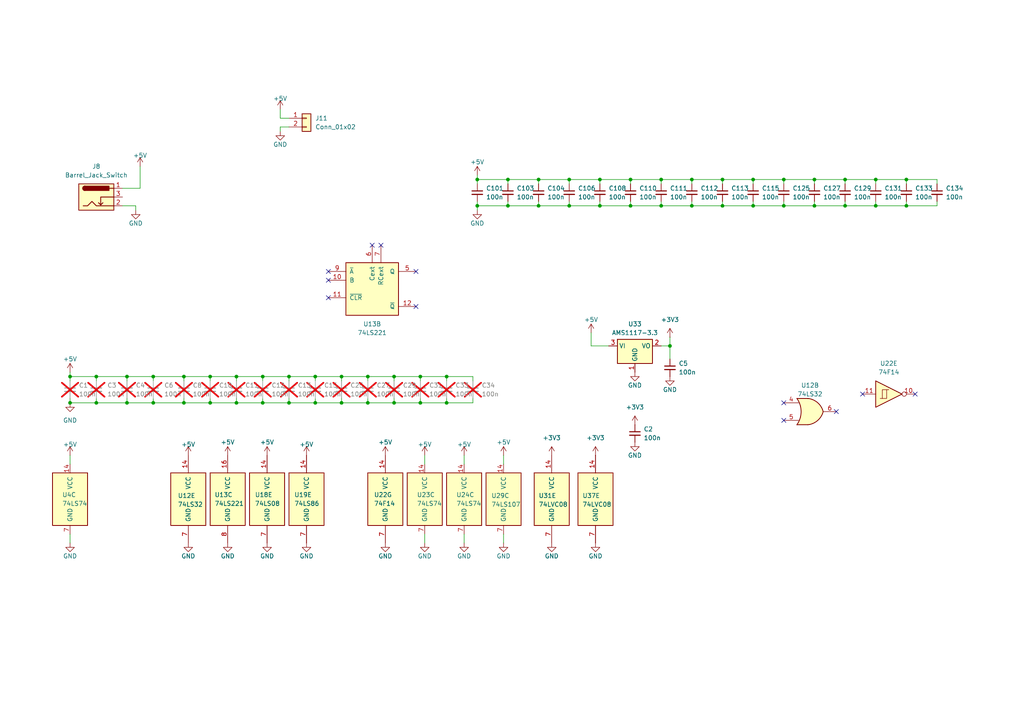
<source format=kicad_sch>
(kicad_sch (version 20231120) (generator "eeschema") (generator_version "8.0")
  (paper "A4")
  (title_block (title "EVA1 (Epson Video Adapter) - Power") (date "2025-01-09") (rev "v0.1") (company "100% Offner") (comment 1 "v0.1: Initial Release"))
  (lib_symbols
    (symbol "74xx:74LS08" (pin_names (offset 1.016))
      (property "Reference" "U" (at 0 1.27 0))
      (property "Value" "74LS08" (at 0 -1.27 0))
      (symbol "74LS08_1_1"
        (pin input line (at -7.62 2.54 0) (length 3.81) (name "~") (number "1"))
        (pin input line (at -7.62 -2.54 0) (length 3.81) (name "~") (number "2"))
        (pin output line (at 7.62 0 180) (length 3.81) (name "~") (number "3"))
      )
      (symbol "74LS08_1_2"
        (pin input inverted (at -7.62 2.54 0) (length 4.318) (name "~") (number "1"))
        (pin input inverted (at -7.62 -2.54 0) (length 4.318) (name "~") (number "2"))
        (pin output inverted (at 7.62 0 180) (length 3.81) (name "~") (number "3"))
      )
      (symbol "74LS08_2_1"
        (pin input line (at -7.62 2.54 0) (length 3.81) (name "~") (number "4"))
        (pin input line (at -7.62 -2.54 0) (length 3.81) (name "~") (number "5"))
        (pin output line (at 7.62 0 180) (length 3.81) (name "~") (number "6"))
      )
      (symbol "74LS08_2_2"
        (pin input inverted (at -7.62 2.54 0) (length 4.318) (name "~") (number "4"))
        (pin input inverted (at -7.62 -2.54 0) (length 4.318) (name "~") (number "5"))
        (pin output inverted (at 7.62 0 180) (length 3.81) (name "~") (number "6"))
      )
      (symbol "74LS08_3_1"
        (pin input line (at -7.62 -2.54 0) (length 3.81) (name "~") (number "10"))
        (pin output line (at 7.62 0 180) (length 3.81) (name "~") (number "8"))
        (pin input line (at -7.62 2.54 0) (length 3.81) (name "~") (number "9"))
      )
      (symbol "74LS08_3_2"
        (pin input inverted (at -7.62 -2.54 0) (length 4.318) (name "~") (number "10"))
        (pin output inverted (at 7.62 0 180) (length 3.81) (name "~") (number "8"))
        (pin input inverted (at -7.62 2.54 0) (length 4.318) (name "~") (number "9"))
      )
      (symbol "74LS08_4_1"
        (pin output line (at 7.62 0 180) (length 3.81) (name "~") (number "11"))
        (pin input line (at -7.62 2.54 0) (length 3.81) (name "~") (number "12"))
        (pin input line (at -7.62 -2.54 0) (length 3.81) (name "~") (number "13"))
      )
      (symbol "74LS08_4_2"
        (pin output inverted (at 7.62 0 180) (length 3.81) (name "~") (number "11"))
        (pin input inverted (at -7.62 2.54 0) (length 4.318) (name "~") (number "12"))
        (pin input inverted (at -7.62 -2.54 0) (length 4.318) (name "~") (number "13"))
      )
      (symbol "74LS08_5_0"
        (pin power_in line (at 0 12.7 270) (length 5.08) (name "VCC") (number "14"))
        (pin power_in line (at 0 -12.7 90) (length 5.08) (name "GND") (number "7"))
      )
    )
    (symbol "74xx:74LS107" (pin_names (offset 1.016))
      (property "Reference" "U" (at -7.62 8.89 0))
      (property "Value" "74LS107" (at -7.62 -8.89 0))
      (symbol "74LS107_1_0"
        (pin input line (at -7.62 2.54 0) (length 2.54) (name "J") (number "1"))
        (pin input clock (at -7.62 0 0) (length 2.54) (name "C") (number "12"))
        (pin input line (at 0 -7.62 90) (length 2.54) (name "~{R}") (number "13"))
        (pin output line (at 7.62 -2.54 180) (length 2.54) (name "~{Q}") (number "2"))
        (pin output line (at 7.62 2.54 180) (length 2.54) (name "Q") (number "3"))
        (pin input line (at -7.62 -2.54 0) (length 2.54) (name "K") (number "4"))
      )
      (symbol "74LS107_2_0"
        (pin input line (at 0 -7.62 90) (length 2.54) (name "~{R}") (number "10"))
        (pin input line (at -7.62 -2.54 0) (length 2.54) (name "K") (number "11"))
        (pin output line (at 7.62 2.54 180) (length 2.54) (name "Q") (number "5"))
        (pin output line (at 7.62 -2.54 180) (length 2.54) (name "~{Q}") (number "6"))
        (pin input line (at -7.62 2.54 0) (length 2.54) (name "J") (number "8"))
        (pin input clock (at -7.62 0 0) (length 2.54) (name "C") (number "9"))
      )
      (symbol "74LS107_3_0"
        (pin power_in line (at 0 10.16 270) (length 2.54) (name "VCC") (number "14"))
        (pin power_in line (at 0 -10.16 90) (length 2.54) (name "GND") (number "7"))
      )
    )
    (symbol "74xx:74LS14" (pin_names (offset 1.016))
      (property "Reference" "U" (at 0 1.27 0))
      (property "Value" "74LS14" (at 0 -1.27 0))
      (symbol "74LS14_1_0"
        (pin input line (at -7.62 0 0) (length 3.81) (name "~") (number "1"))
        (pin output inverted (at 7.62 0 180) (length 3.81) (name "~") (number "2"))
      )
      (symbol "74LS14_2_0"
        (pin input line (at -7.62 0 0) (length 3.81) (name "~") (number "3"))
        (pin output inverted (at 7.62 0 180) (length 3.81) (name "~") (number "4"))
      )
      (symbol "74LS14_3_0"
        (pin input line (at -7.62 0 0) (length 3.81) (name "~") (number "5"))
        (pin output inverted (at 7.62 0 180) (length 3.81) (name "~") (number "6"))
      )
      (symbol "74LS14_4_0"
        (pin output inverted (at 7.62 0 180) (length 3.81) (name "~") (number "8"))
        (pin input line (at -7.62 0 0) (length 3.81) (name "~") (number "9"))
      )
      (symbol "74LS14_5_0"
        (pin output inverted (at 7.62 0 180) (length 3.81) (name "~") (number "10"))
        (pin input line (at -7.62 0 0) (length 3.81) (name "~") (number "11"))
      )
      (symbol "74LS14_6_0"
        (pin output inverted (at 7.62 0 180) (length 3.81) (name "~") (number "12"))
        (pin input line (at -7.62 0 0) (length 3.81) (name "~") (number "13"))
      )
      (symbol "74LS14_7_0"
        (pin power_in line (at 0 12.7 270) (length 5.08) (name "VCC") (number "14"))
        (pin power_in line (at 0 -12.7 90) (length 5.08) (name "GND") (number "7"))
      )
    )
    (symbol "74xx:74LS221" (pin_names (offset 1.016))
      (property "Reference" "U" (at -7.62 8.89 0))
      (property "Value" "74LS221" (at -7.62 -8.89 0))
      (symbol "74LS221_1_0"
        (pin input line (at -12.7 5.08 0) (length 5.08) (name "~{A}") (number "1"))
        (pin output line (at 12.7 5.08 180) (length 5.08) (name "Q") (number "13"))
        (pin input line (at 0 12.7 270) (length 5.08) (name "Cext") (number "14"))
        (pin input line (at 2.54 12.7 270) (length 5.08) (name "RCext") (number "15"))
        (pin input line (at -12.7 2.54 0) (length 5.08) (name "B") (number "2"))
        (pin input line (at -12.7 -2.54 0) (length 5.08) (name "~{CLR}") (number "3"))
        (pin output line (at 12.7 -5.08 180) (length 5.08) (name "~{Q}") (number "4"))
      )
      (symbol "74LS221_2_0"
        (pin input line (at -12.7 2.54 0) (length 5.08) (name "B") (number "10"))
        (pin input line (at -12.7 -2.54 0) (length 5.08) (name "~{CLR}") (number "11"))
        (pin output line (at 12.7 -5.08 180) (length 5.08) (name "~{Q}") (number "12"))
        (pin output line (at 12.7 5.08 180) (length 5.08) (name "Q") (number "5"))
        (pin input line (at 0 12.7 270) (length 5.08) (name "Cext") (number "6"))
        (pin input line (at 2.54 12.7 270) (length 5.08) (name "RCext") (number "7"))
        (pin input line (at -12.7 5.08 0) (length 5.08) (name "~{A}") (number "9"))
      )
      (symbol "74LS221_3_0"
        (pin power_in line (at 0 12.7 270) (length 5.08) (name "VCC") (number "16"))
        (pin power_in line (at 0 -12.7 90) (length 5.08) (name "GND") (number "8"))
      )
    )
    (symbol "74xx:74LS32" (pin_names (offset 1.016))
      (property "Reference" "U" (at 0 1.27 0))
      (property "Value" "74LS32" (at 0 -1.27 0))
      (symbol "74LS32_1_1"
        (pin input line (at -7.62 2.54 0) (length 4.318) (name "~") (number "1"))
        (pin input line (at -7.62 -2.54 0) (length 4.318) (name "~") (number "2"))
        (pin output line (at 7.62 0 180) (length 3.81) (name "~") (number "3"))
      )
      (symbol "74LS32_1_2"
        (pin input inverted (at -7.62 2.54 0) (length 3.81) (name "~") (number "1"))
        (pin input inverted (at -7.62 -2.54 0) (length 3.81) (name "~") (number "2"))
        (pin output inverted (at 7.62 0 180) (length 3.81) (name "~") (number "3"))
      )
      (symbol "74LS32_2_1"
        (pin input line (at -7.62 2.54 0) (length 4.318) (name "~") (number "4"))
        (pin input line (at -7.62 -2.54 0) (length 4.318) (name "~") (number "5"))
        (pin output line (at 7.62 0 180) (length 3.81) (name "~") (number "6"))
      )
      (symbol "74LS32_2_2"
        (pin input inverted (at -7.62 2.54 0) (length 3.81) (name "~") (number "4"))
        (pin input inverted (at -7.62 -2.54 0) (length 3.81) (name "~") (number "5"))
        (pin output inverted (at 7.62 0 180) (length 3.81) (name "~") (number "6"))
      )
      (symbol "74LS32_3_1"
        (pin input line (at -7.62 -2.54 0) (length 4.318) (name "~") (number "10"))
        (pin output line (at 7.62 0 180) (length 3.81) (name "~") (number "8"))
        (pin input line (at -7.62 2.54 0) (length 4.318) (name "~") (number "9"))
      )
      (symbol "74LS32_3_2"
        (pin input inverted (at -7.62 -2.54 0) (length 3.81) (name "~") (number "10"))
        (pin output inverted (at 7.62 0 180) (length 3.81) (name "~") (number "8"))
        (pin input inverted (at -7.62 2.54 0) (length 3.81) (name "~") (number "9"))
      )
      (symbol "74LS32_4_1"
        (pin output line (at 7.62 0 180) (length 3.81) (name "~") (number "11"))
        (pin input line (at -7.62 2.54 0) (length 4.318) (name "~") (number "12"))
        (pin input line (at -7.62 -2.54 0) (length 4.318) (name "~") (number "13"))
      )
      (symbol "74LS32_4_2"
        (pin output inverted (at 7.62 0 180) (length 3.81) (name "~") (number "11"))
        (pin input inverted (at -7.62 2.54 0) (length 3.81) (name "~") (number "12"))
        (pin input inverted (at -7.62 -2.54 0) (length 3.81) (name "~") (number "13"))
      )
      (symbol "74LS32_5_0"
        (pin power_in line (at 0 12.7 270) (length 5.08) (name "VCC") (number "14"))
        (pin power_in line (at 0 -12.7 90) (length 5.08) (name "GND") (number "7"))
      )
    )
    (symbol "74xx:74LS74" (pin_names (offset 1.016))
      (property "Reference" "U" (at -7.62 8.89 0))
      (property "Value" "74LS74" (at -7.62 -8.89 0))
      (symbol "74LS74_1_0"
        (pin input line (at 0 -7.62 90) (length 2.54) (name "~{R}") (number "1"))
        (pin input line (at -7.62 2.54 0) (length 2.54) (name "D") (number "2"))
        (pin input clock (at -7.62 0 0) (length 2.54) (name "C") (number "3"))
        (pin input line (at 0 7.62 270) (length 2.54) (name "~{S}") (number "4"))
        (pin output line (at 7.62 2.54 180) (length 2.54) (name "Q") (number "5"))
        (pin output line (at 7.62 -2.54 180) (length 2.54) (name "~{Q}") (number "6"))
      )
      (symbol "74LS74_2_0"
        (pin input line (at 0 7.62 270) (length 2.54) (name "~{S}") (number "10"))
        (pin input clock (at -7.62 0 0) (length 2.54) (name "C") (number "11"))
        (pin input line (at -7.62 2.54 0) (length 2.54) (name "D") (number "12"))
        (pin input line (at 0 -7.62 90) (length 2.54) (name "~{R}") (number "13"))
        (pin output line (at 7.62 -2.54 180) (length 2.54) (name "~{Q}") (number "8"))
        (pin output line (at 7.62 2.54 180) (length 2.54) (name "Q") (number "9"))
      )
      (symbol "74LS74_3_0"
        (pin power_in line (at 0 10.16 270) (length 2.54) (name "VCC") (number "14"))
        (pin power_in line (at 0 -10.16 90) (length 2.54) (name "GND") (number "7"))
      )
    )
    (symbol "74xx:74LS86" (pin_names (offset 1.016))
      (property "Reference" "U" (at 0 1.27 0))
      (property "Value" "74LS86" (at 0 -1.27 0))
      (symbol "74LS86_1_0"
        (pin input line (at -7.62 2.54 0) (length 4.445) (name "~") (number "1"))
        (pin input line (at -7.62 -2.54 0) (length 4.445) (name "~") (number "2"))
        (pin output line (at 7.62 0 180) (length 3.81) (name "~") (number "3"))
      )
      (symbol "74LS86_2_0"
        (pin input line (at -7.62 2.54 0) (length 4.445) (name "~") (number "4"))
        (pin input line (at -7.62 -2.54 0) (length 4.445) (name "~") (number "5"))
        (pin output line (at 7.62 0 180) (length 3.81) (name "~") (number "6"))
      )
      (symbol "74LS86_3_0"
        (pin input line (at -7.62 -2.54 0) (length 4.445) (name "~") (number "10"))
        (pin output line (at 7.62 0 180) (length 3.81) (name "~") (number "8"))
        (pin input line (at -7.62 2.54 0) (length 4.445) (name "~") (number "9"))
      )
      (symbol "74LS86_4_0"
        (pin output line (at 7.62 0 180) (length 3.81) (name "~") (number "11"))
        (pin input line (at -7.62 2.54 0) (length 4.445) (name "~") (number "12"))
        (pin input line (at -7.62 -2.54 0) (length 4.445) (name "~") (number "13"))
      )
      (symbol "74LS86_5_0"
        (pin power_in line (at 0 12.7 270) (length 5.08) (name "VCC") (number "14"))
        (pin power_in line (at 0 -12.7 90) (length 5.08) (name "GND") (number "7"))
      )
    )
    (symbol "Connector:Barrel_Jack_Switch" (pin_names hide)
      (property "Reference" "J" (at 0 5.334 0))
      (property "Value" "Barrel_Jack_Switch" (at 0 -5.08 0))
      (symbol "Barrel_Jack_Switch_1_1"
        (pin passive line (at 7.62 2.54 180) (length 2.54) (name "~") (number "1"))
        (pin passive line (at 7.62 -2.54 180) (length 2.54) (name "~") (number "2"))
        (pin passive line (at 7.62 0 180) (length 2.54) (name "~") (number "3"))
      )
    )
    (symbol "Connector_Generic:Conn_01x02" (pin_names (offset 1.016) hide)
      (property "Reference" "J" (at 0 2.54 0))
      (property "Value" "Conn_01x02" (at 0 -5.08 0))
      (symbol "Conn_01x02_1_1"
        (pin passive line (at -5.08 0 0) (length 3.81) (name "Pin_1") (number "1"))
        (pin passive line (at -5.08 -2.54 0) (length 3.81) (name "Pin_2") (number "2"))
      )
    )
    (symbol "Device:C_Small" (pin_numbers hide) (pin_names (offset 0.254) hide)
      (property "Reference" "C" (at 0.254 1.778 0))
      (property "Value" "C_Small" (at 0.254 -2.032 0))
      (symbol "C_Small_1_1"
        (pin passive line (at 0 2.54 270) (length 2.032) (name "~") (number "1"))
        (pin passive line (at 0 -2.54 90) (length 2.032) (name "~") (number "2"))
      )
    )
    (symbol "Regulator_Linear:AMS1117-3.3"
      (property "Reference" "U" (at -3.81 3.175 0))
      (property "Value" "AMS1117-3.3" (at 0 3.175 0))
      (symbol "AMS1117-3.3_1_1"
        (pin power_in line (at 0 -7.62 90) (length 2.54) (name "GND") (number "1"))
        (pin power_out line (at 7.62 0 180) (length 2.54) (name "VO") (number "2"))
        (pin power_in line (at -7.62 0 0) (length 2.54) (name "VI") (number "3"))
      )
    )
    (symbol "power:+3V3" (power) (pin_numbers hide) (pin_names (offset 0) hide)
      (property "Value" "+3V3" (at 0 3.556 0))
      (symbol "+3V3_1_1"
        (pin power_in line (at 0 0 90) (length 0) (name "~") (number "1"))
      )
    )
    (symbol "power:+5V" (power) (pin_names (offset 0))
      (property "Value" "+5V" (at 0 3.556 0))
      (symbol "+5V_1_1"
        (pin power_in line (at 0 0 90) (length 0) hide (name "+5V") (number "1"))
      )
    )
    (symbol "power:GND" (power) (pin_names (offset 0))
      (property "Value" "GND" (at 0 -3.81 0))
      (symbol "GND_1_1"
        (pin power_in line (at 0 0 270) (length 0) hide (name "GND") (number "1"))
      )
    )
  )
  (junction (at 209.55 59.69))
  (junction (at 27.94 109.22))
  (junction (at 182.88 59.69))
  (junction (at 60.96 116.84))
  (junction (at 68.58 109.22))
  (junction (at 147.32 59.69))
  (junction (at 156.21 59.69))
  (junction (at 27.94 116.84))
  (junction (at 254 59.69))
  (junction (at 165.1 52.07))
  (junction (at 200.66 52.07))
  (junction (at 121.92 116.84))
  (junction (at 99.06 109.22))
  (junction (at 138.43 52.07))
  (junction (at 91.44 116.84))
  (junction (at 245.11 52.07))
  (junction (at 60.96 109.22))
  (junction (at 44.45 116.84))
  (junction (at 236.22 59.69))
  (junction (at 254 52.07))
  (junction (at 106.68 109.22))
  (junction (at 191.77 52.07))
  (junction (at 44.45 109.22))
  (junction (at 129.54 116.84))
  (junction (at 262.89 59.69))
  (junction (at 53.34 109.22))
  (junction (at 68.58 116.84))
  (junction (at 91.44 109.22))
  (junction (at 182.88 52.07))
  (junction (at 76.2 116.84))
  (junction (at 236.22 52.07))
  (junction (at 245.11 59.69))
  (junction (at 218.44 52.07))
  (junction (at 147.32 52.07))
  (junction (at 138.43 59.69))
  (junction (at 200.66 59.69))
  (junction (at 121.92 109.22))
  (junction (at 173.99 59.69))
  (junction (at 99.06 116.84))
  (junction (at 209.55 52.07))
  (junction (at 218.44 59.69))
  (junction (at 227.33 59.69))
  (junction (at 114.3 116.84))
  (junction (at 227.33 52.07))
  (junction (at 156.21 52.07))
  (junction (at 36.83 109.22))
  (junction (at 83.82 116.84))
  (junction (at 194.31 100.33))
  (junction (at 76.2 109.22))
  (junction (at 20.32 116.84))
  (junction (at 36.83 116.84))
  (junction (at 106.68 116.84))
  (junction (at 173.99 52.07))
  (junction (at 129.54 109.22))
  (junction (at 20.32 109.22))
  (junction (at 191.77 59.69))
  (junction (at 83.82 109.22))
  (junction (at 114.3 109.22))
  (junction (at 165.1 59.69))
  (junction (at 262.89 52.07))
  (junction (at 53.34 116.84))
  (no_connect (at 242.57 119.38))
  (no_connect (at 95.25 81.28))
  (no_connect (at 227.33 121.92))
  (no_connect (at 250.19 114.3))
  (no_connect (at 110.49 71.12))
  (no_connect (at 120.65 88.9))
  (no_connect (at 95.25 86.36))
  (no_connect (at 120.65 78.74))
  (no_connect (at 95.25 78.74))
  (no_connect (at 265.43 114.3))
  (no_connect (at 227.33 116.84))
  (no_connect (at 107.95 71.12))
  (wire (pts (xy 91.44 115.57) (xy 91.44 116.84)))
  (wire (pts (xy 106.68 115.57) (xy 106.68 116.84)))
  (wire (pts (xy 83.82 109.22) (xy 83.82 110.49)))
  (wire (pts (xy 20.32 116.84) (xy 20.32 115.57)))
  (wire (pts (xy 81.28 36.83) (xy 83.82 36.83)))
  (wire (pts (xy 123.19 132.08) (xy 123.19 134.62)))
  (wire (pts (xy 121.92 109.22) (xy 121.92 110.49)))
  (wire (pts (xy 191.77 53.34) (xy 191.77 52.07)))
  (wire (pts (xy 20.32 116.84) (xy 27.94 116.84)))
  (wire (pts (xy 262.89 59.69) (xy 254 59.69)))
  (wire (pts (xy 68.58 115.57) (xy 68.58 116.84)))
  (wire (pts (xy 138.43 50.8) (xy 138.43 52.07)))
  (wire (pts (xy 200.66 53.34) (xy 200.66 52.07)))
  (wire (pts (xy 121.92 115.57) (xy 121.92 116.84)))
  (wire (pts (xy 36.83 109.22) (xy 44.45 109.22)))
  (wire (pts (xy 114.3 109.22) (xy 121.92 109.22)))
  (wire (pts (xy 76.2 116.84) (xy 68.58 116.84)))
  (wire (pts (xy 76.2 109.22) (xy 76.2 110.49)))
  (wire (pts (xy 129.54 109.22) (xy 121.92 109.22)))
  (wire (pts (xy 20.32 109.22) (xy 27.94 109.22)))
  (wire (pts (xy 245.11 59.69) (xy 236.22 59.69)))
  (wire (pts (xy 254 53.34) (xy 254 52.07)))
  (wire (pts (xy 91.44 109.22) (xy 99.06 109.22)))
  (wire (pts (xy 194.31 97.79) (xy 194.31 100.33)))
  (wire (pts (xy 60.96 109.22) (xy 60.96 110.49)))
  (wire (pts (xy 271.78 53.34) (xy 271.78 52.07)))
  (wire (pts (xy 60.96 109.22) (xy 68.58 109.22)))
  (wire (pts (xy 20.32 154.94) (xy 20.32 157.48)))
  (wire (pts (xy 236.22 58.42) (xy 236.22 59.69)))
  (wire (pts (xy 53.34 116.84) (xy 44.45 116.84)))
  (wire (pts (xy 138.43 52.07) (xy 138.43 53.34)))
  (wire (pts (xy 209.55 58.42) (xy 209.55 59.69)))
  (wire (pts (xy 156.21 53.34) (xy 156.21 52.07)))
  (wire (pts (xy 76.2 116.84) (xy 83.82 116.84)))
  (wire (pts (xy 262.89 53.34) (xy 262.89 52.07)))
  (wire (pts (xy 81.28 31.75) (xy 81.28 34.29)))
  (wire (pts (xy 191.77 100.33) (xy 194.31 100.33)))
  (wire (pts (xy 99.06 116.84) (xy 91.44 116.84)))
  (wire (pts (xy 91.44 109.22) (xy 91.44 110.49)))
  (wire (pts (xy 99.06 109.22) (xy 106.68 109.22)))
  (wire (pts (xy 173.99 59.69) (xy 165.1 59.69)))
  (wire (pts (xy 209.55 52.07) (xy 218.44 52.07)))
  (wire (pts (xy 245.11 52.07) (xy 236.22 52.07)))
  (wire (pts (xy 99.06 116.84) (xy 106.68 116.84)))
  (wire (pts (xy 138.43 60.96) (xy 138.43 59.69)))
  (wire (pts (xy 106.68 109.22) (xy 114.3 109.22)))
  (wire (pts (xy 134.62 132.08) (xy 134.62 134.62)))
  (wire (pts (xy 36.83 116.84) (xy 44.45 116.84)))
  (wire (pts (xy 165.1 58.42) (xy 165.1 59.69)))
  (wire (pts (xy 245.11 59.69) (xy 254 59.69)))
  (wire (pts (xy 209.55 59.69) (xy 200.66 59.69)))
  (wire (pts (xy 227.33 58.42) (xy 227.33 59.69)))
  (wire (pts (xy 68.58 109.22) (xy 76.2 109.22)))
  (wire (pts (xy 123.19 154.94) (xy 123.19 157.48)))
  (wire (pts (xy 156.21 58.42) (xy 156.21 59.69)))
  (wire (pts (xy 36.83 109.22) (xy 36.83 110.49)))
  (wire (pts (xy 68.58 109.22) (xy 68.58 110.49)))
  (wire (pts (xy 137.16 115.57) (xy 137.16 116.84)))
  (wire (pts (xy 27.94 109.22) (xy 27.94 110.49)))
  (wire (pts (xy 53.34 115.57) (xy 53.34 116.84)))
  (wire (pts (xy 236.22 59.69) (xy 227.33 59.69)))
  (wire (pts (xy 40.64 48.26) (xy 40.64 54.61)))
  (wire (pts (xy 271.78 58.42) (xy 271.78 59.69)))
  (wire (pts (xy 91.44 116.84) (xy 83.82 116.84)))
  (wire (pts (xy 200.66 52.07) (xy 191.77 52.07)))
  (wire (pts (xy 129.54 115.57) (xy 129.54 116.84)))
  (wire (pts (xy 129.54 109.22) (xy 129.54 110.49)))
  (wire (pts (xy 182.88 59.69) (xy 173.99 59.69)))
  (wire (pts (xy 182.88 52.07) (xy 173.99 52.07)))
  (wire (pts (xy 191.77 59.69) (xy 182.88 59.69)))
  (wire (pts (xy 27.94 115.57) (xy 27.94 116.84)))
  (wire (pts (xy 191.77 52.07) (xy 182.88 52.07)))
  (wire (pts (xy 182.88 58.42) (xy 182.88 59.69)))
  (wire (pts (xy 137.16 116.84) (xy 129.54 116.84)))
  (wire (pts (xy 165.1 53.34) (xy 165.1 52.07)))
  (wire (pts (xy 81.28 38.1) (xy 81.28 36.83)))
  (wire (pts (xy 40.64 54.61) (xy 35.56 54.61)))
  (wire (pts (xy 44.45 109.22) (xy 44.45 110.49)))
  (wire (pts (xy 60.96 115.57) (xy 60.96 116.84)))
  (wire (pts (xy 194.31 100.33) (xy 194.31 104.14)))
  (wire (pts (xy 227.33 53.34) (xy 227.33 52.07)))
  (wire (pts (xy 53.34 109.22) (xy 53.34 110.49)))
  (wire (pts (xy 227.33 52.07) (xy 218.44 52.07)))
  (wire (pts (xy 176.53 100.33) (xy 171.45 100.33)))
  (wire (pts (xy 236.22 52.07) (xy 227.33 52.07)))
  (wire (pts (xy 114.3 115.57) (xy 114.3 116.84)))
  (wire (pts (xy 156.21 59.69) (xy 147.32 59.69)))
  (wire (pts (xy 236.22 53.34) (xy 236.22 52.07)))
  (wire (pts (xy 271.78 59.69) (xy 262.89 59.69)))
  (wire (pts (xy 218.44 53.34) (xy 218.44 52.07)))
  (wire (pts (xy 44.45 109.22) (xy 53.34 109.22)))
  (wire (pts (xy 53.34 116.84) (xy 60.96 116.84)))
  (wire (pts (xy 53.34 109.22) (xy 60.96 109.22)))
  (wire (pts (xy 146.05 132.08) (xy 146.05 134.62)))
  (wire (pts (xy 114.3 116.84) (xy 106.68 116.84)))
  (wire (pts (xy 165.1 59.69) (xy 156.21 59.69)))
  (wire (pts (xy 209.55 52.07) (xy 200.66 52.07)))
  (wire (pts (xy 209.55 59.69) (xy 218.44 59.69)))
  (wire (pts (xy 200.66 58.42) (xy 200.66 59.69)))
  (wire (pts (xy 39.37 60.96) (xy 39.37 59.69)))
  (wire (pts (xy 20.32 109.22) (xy 20.32 110.49)))
  (wire (pts (xy 20.32 107.95) (xy 20.32 109.22)))
  (wire (pts (xy 262.89 58.42) (xy 262.89 59.69)))
  (wire (pts (xy 83.82 109.22) (xy 91.44 109.22)))
  (wire (pts (xy 173.99 58.42) (xy 173.99 59.69)))
  (wire (pts (xy 39.37 59.69) (xy 35.56 59.69)))
  (wire (pts (xy 44.45 115.57) (xy 44.45 116.84)))
  (wire (pts (xy 106.68 109.22) (xy 106.68 110.49)))
  (wire (pts (xy 36.83 115.57) (xy 36.83 116.84)))
  (wire (pts (xy 156.21 52.07) (xy 147.32 52.07)))
  (wire (pts (xy 134.62 154.94) (xy 134.62 157.48)))
  (wire (pts (xy 137.16 109.22) (xy 137.16 110.49)))
  (wire (pts (xy 68.58 116.84) (xy 60.96 116.84)))
  (wire (pts (xy 182.88 53.34) (xy 182.88 52.07)))
  (wire (pts (xy 121.92 116.84) (xy 129.54 116.84)))
  (wire (pts (xy 146.05 154.94) (xy 146.05 157.48)))
  (wire (pts (xy 245.11 53.34) (xy 245.11 52.07)))
  (wire (pts (xy 200.66 59.69) (xy 191.77 59.69)))
  (wire (pts (xy 20.32 132.08) (xy 20.32 134.62)))
  (wire (pts (xy 147.32 58.42) (xy 147.32 59.69)))
  (wire (pts (xy 129.54 109.22) (xy 137.16 109.22)))
  (wire (pts (xy 76.2 109.22) (xy 83.82 109.22)))
  (wire (pts (xy 114.3 116.84) (xy 121.92 116.84)))
  (wire (pts (xy 27.94 109.22) (xy 36.83 109.22)))
  (wire (pts (xy 191.77 58.42) (xy 191.77 59.69)))
  (wire (pts (xy 99.06 109.22) (xy 99.06 110.49)))
  (wire (pts (xy 114.3 109.22) (xy 114.3 110.49)))
  (wire (pts (xy 245.11 58.42) (xy 245.11 59.69)))
  (wire (pts (xy 83.82 34.29) (xy 81.28 34.29)))
  (wire (pts (xy 27.94 116.84) (xy 36.83 116.84)))
  (wire (pts (xy 227.33 59.69) (xy 218.44 59.69)))
  (wire (pts (xy 99.06 115.57) (xy 99.06 116.84)))
  (wire (pts (xy 138.43 59.69) (xy 138.43 58.42)))
  (wire (pts (xy 171.45 96.52) (xy 171.45 100.33)))
  (wire (pts (xy 147.32 52.07) (xy 138.43 52.07)))
  (wire (pts (xy 165.1 52.07) (xy 156.21 52.07)))
  (wire (pts (xy 147.32 53.34) (xy 147.32 52.07)))
  (wire (pts (xy 83.82 115.57) (xy 83.82 116.84)))
  (wire (pts (xy 76.2 115.57) (xy 76.2 116.84)))
  (wire (pts (xy 254 58.42) (xy 254 59.69)))
  (wire (pts (xy 245.11 52.07) (xy 254 52.07)))
  (wire (pts (xy 147.32 59.69) (xy 138.43 59.69)))
  (wire (pts (xy 262.89 52.07) (xy 254 52.07)))
  (wire (pts (xy 218.44 58.42) (xy 218.44 59.69)))
  (wire (pts (xy 173.99 52.07) (xy 165.1 52.07)))
  (wire (pts (xy 271.78 52.07) (xy 262.89 52.07)))
  (wire (pts (xy 173.99 53.34) (xy 173.99 52.07)))
  (wire (pts (xy 209.55 53.34) (xy 209.55 52.07)))
  (symbol (lib_id "Device:C_Small") (at 76.2 113.03 0) (unit 1) (dnp yes)
    (property "Reference" "C12" (at 78.74 111.7662 0) (effects (justify left)))
    (property "Value" "100n" (at 78.74 114.3062 0) (effects (justify left)))
    (property "Footprint" "Capacitor_THT:C_Disc_D4.7mm_W2.5mm_P5.00mm" (effects (hide yes)))
  )
  (symbol (lib_id "power:GND") (at 20.32 116.84 0) (unit 1)
    (property "Reference" "#PWR0119" (effects (hide yes)))
    (property "Value" "GND" (at 20.32 121.92 0))
  )
  (symbol (lib_id "74xx:74LS32") (at 234.95 119.38 0) (unit 2)
    (property "Reference" "U12" (at 234.95 111.76 0))
    (property "Value" "74LS32" (at 234.95 114.3 0))
    (property "Footprint" "Package_DIP:DIP-14_W7.62mm" (effects (hide yes)))
    (property "Datasheet" "http://www.ti.com/lit/gpn/sn74LS32" (effects (hide yes)))
    (property "Description" "Quad 2-input OR" (effects (hide yes)))
  )
  (symbol (lib_id "power:+5V") (at 88.9 132.08 0) (unit 1)
    (property "Reference" "#PWR0124" (effects (hide yes)))
    (property "Value" "+5V" (at 88.9 128.905 0))
  )
  (symbol (lib_id "Device:C_Small") (at 137.16 113.03 0) (unit 1) (dnp yes)
    (property "Reference" "C34" (at 139.7 111.7662 0) (effects (justify left)))
    (property "Value" "100n" (at 139.7 114.3062 0) (effects (justify left)))
    (property "Footprint" "Capacitor_THT:C_Disc_D4.7mm_W2.5mm_P5.00mm" (effects (hide yes)))
  )
  (symbol (lib_id "Device:C_Small") (at 156.21 55.88 0) (unit 1)
    (property "Reference" "C104" (at 158.75 54.6162 0) (effects (justify left)))
    (property "Value" "100n" (at 158.75 57.1562 0) (effects (justify left)))
    (property "Footprint" "Capacitor_SMD:C_1206_3216Metric_Pad1.33x1.80mm_HandSolder" (effects (hide yes)))
    (property "Description" "Unpolarized capacitor, small symbol" (effects (hide yes)))
  )
  (symbol (lib_id "power:+3V3") (at 172.72 132.08 0) (unit 1)
    (property "Reference" "#PWR153" (effects (hide yes)))
    (property "Value" "+3V3" (at 172.72 127 0))
    (property "Description" "Power symbol creates a global label with name \"+3V3\"" (effects (hide yes)))
  )
  (symbol (lib_id "power:+5V") (at 54.61 132.08 0) (unit 1)
    (property "Reference" "#PWR0122" (effects (hide yes)))
    (property "Value" "+5V" (at 54.61 128.905 0))
  )
  (symbol (lib_id "Device:C_Small") (at 182.88 55.88 0) (unit 1)
    (property "Reference" "C110" (at 185.42 54.6162 0) (effects (justify left)))
    (property "Value" "100n" (at 185.42 57.1562 0) (effects (justify left)))
    (property "Footprint" "Capacitor_SMD:C_1206_3216Metric_Pad1.33x1.80mm_HandSolder" (effects (hide yes)))
    (property "Description" "Unpolarized capacitor, small symbol" (effects (hide yes)))
  )
  (symbol (lib_id "power:+5V") (at 123.19 132.08 0) (unit 1)
    (property "Reference" "#PWR01" (effects (hide yes)))
    (property "Value" "+5V" (at 123.19 128.905 0))
  )
  (symbol (lib_id "power:+3V3") (at 184.15 123.19 0) (unit 1)
    (property "Reference" "#PWR22" (effects (hide yes)))
    (property "Value" "+3V3" (at 184.15 118.11 0))
    (property "Description" "Power symbol creates a global label with name \"+3V3\"" (effects (hide yes)))
  )
  (symbol (lib_id "power:GND") (at 184.15 107.95 0) (unit 1)
    (property "Reference" "#PWR115" (effects (hide yes)))
    (property "Value" "GND" (at 184.15 111.76 0))
  )
  (symbol (lib_id "74xx:74LS107") (at 146.05 144.78 0) (unit 3)
    (property "Reference" "U29" (at 142.494 143.764 0) (effects (justify left)))
    (property "Value" "74LS107" (at 142.494 146.304 0) (effects (justify left)))
    (property "Footprint" "Package_DIP:DIP-14_W7.62mm" (effects (hide yes)))
    (property "Datasheet" "http://www.ti.com/lit/gpn/sn74LS107" (effects (hide yes)))
    (property "Description" "Dual JK Flip-Flop, reset" (effects (hide yes)))
  )
  (symbol (lib_id "74xx:74LS14") (at 257.81 114.3 0) (unit 5)
    (property "Reference" "U22" (at 257.81 105.41 0))
    (property "Value" "74F14" (at 257.81 107.95 0))
    (property "Footprint" "Package_DIP:DIP-14_W7.62mm" (effects (hide yes)))
    (property "Datasheet" "http://www.ti.com/lit/gpn/sn74LS14" (effects (hide yes)))
    (property "Description" "Hex inverter schmitt trigger" (effects (hide yes)))
  )
  (symbol (lib_id "Device:C_Small") (at 27.94 113.03 0) (unit 1) (dnp yes)
    (property "Reference" "C3" (at 31.115 111.7662 0) (effects (justify left)))
    (property "Value" "100n" (at 31.115 114.3062 0) (effects (justify left)))
    (property "Footprint" "Capacitor_THT:C_Disc_D4.7mm_W2.5mm_P5.00mm" (effects (hide yes)))
  )
  (symbol (lib_id "Device:C_Small") (at 20.32 113.03 0) (unit 1) (dnp yes)
    (property "Reference" "C1" (at 22.86 111.7662 0) (effects (justify left)))
    (property "Value" "100n" (at 22.86 114.3062 0) (effects (justify left)))
    (property "Footprint" "Capacitor_THT:C_Disc_D4.7mm_W2.5mm_P5.00mm" (effects (hide yes)))
  )
  (symbol (lib_id "Connector:Barrel_Jack_Switch") (at 27.94 57.15 0) (unit 1)
    (property "Reference" "J8" (at 27.94 48.26 0))
    (property "Value" "Barrel_Jack_Switch" (at 27.94 50.8 0))
    (property "Footprint" "Connector_BarrelJack:BarrelJack_Wuerth_6941xx301002" (effects (hide yes)))
    (property "Description" "DC Barrel Jack with an internal switch" (effects (hide yes)))
  )
  (symbol (lib_id "Device:C_Small") (at 121.92 113.03 0) (unit 1) (dnp yes)
    (property "Reference" "C31" (at 124.46 111.7662 0) (effects (justify left)))
    (property "Value" "100n" (at 124.46 114.3062 0) (effects (justify left)))
    (property "Footprint" "Capacitor_THT:C_Disc_D4.7mm_W2.5mm_P5.00mm" (effects (hide yes)))
  )
  (symbol (lib_id "power:GND") (at 160.02 157.48 0) (unit 1)
    (property "Reference" "#PWR19" (effects (hide yes)))
    (property "Value" "GND" (at 160.02 161.29 0))
  )
  (symbol (lib_id "Device:C_Small") (at 60.96 113.03 0) (unit 1) (dnp yes)
    (property "Reference" "C10" (at 63.5 111.7662 0) (effects (justify left)))
    (property "Value" "100n" (at 63.5 114.3062 0) (effects (justify left)))
    (property "Footprint" "Capacitor_THT:C_Disc_D4.7mm_W2.5mm_P5.00mm" (effects (hide yes)))
  )
  (symbol (lib_id "Regulator_Linear:AMS1117-3.3") (at 184.15 100.33 0) (unit 1)
    (property "Reference" "U33" (at 184.15 93.98 0))
    (property "Value" "AMS1117-3.3" (at 184.15 96.52 0))
    (property "Footprint" "Package_TO_SOT_SMD:SOT-223-3_TabPin2" (effects (hide yes)))
    (property "Datasheet" "http://www.advanced-monolithic.com/pdf/ds1117.pdf" (effects (hide yes)))
    (property "Description" "1A Low Dropout regulator, positive, 3.3V fixed output, SOT-223" (effects (hide yes)))
  )
  (symbol (lib_id "power:+5V") (at 66.04 132.08 0) (unit 1)
    (property "Reference" "#PWR0120" (effects (hide yes)))
    (property "Value" "+5V" (at 66.04 128.27 0))
  )
  (symbol (lib_id "power:GND") (at 123.19 157.48 0) (unit 1)
    (property "Reference" "#PWR02" (effects (hide yes)))
    (property "Value" "GND" (at 123.19 161.29 0))
  )
  (symbol (lib_id "power:GND") (at 77.47 157.48 0) (unit 1)
    (property "Reference" "#PWR0135" (effects (hide yes)))
    (property "Value" "GND" (at 77.47 161.29 0))
  )
  (symbol (lib_id "Device:C_Small") (at 53.34 113.03 0) (unit 1) (dnp yes)
    (property "Reference" "C8" (at 55.88 111.7662 0) (effects (justify left)))
    (property "Value" "100n" (at 55.88 114.3062 0) (effects (justify left)))
    (property "Footprint" "Capacitor_THT:C_Disc_D4.7mm_W2.5mm_P5.00mm" (effects (hide yes)))
  )
  (symbol (lib_id "power:GND") (at 39.37 60.96 0) (unit 1)
    (property "Reference" "#PWR092" (effects (hide yes)))
    (property "Value" "GND" (at 39.37 64.77 0))
  )
  (symbol (lib_id "Device:C_Small") (at 129.54 113.03 0) (unit 1) (dnp yes)
    (property "Reference" "C33" (at 132.08 111.7662 0) (effects (justify left)))
    (property "Value" "100n" (at 132.08 114.3062 0) (effects (justify left)))
    (property "Footprint" "Capacitor_THT:C_Disc_D4.7mm_W2.5mm_P5.00mm" (effects (hide yes)))
  )
  (symbol (lib_id "power:GND") (at 146.05 157.48 0) (unit 1)
    (property "Reference" "#PWR0138" (effects (hide yes)))
    (property "Value" "GND" (at 146.05 161.29 0))
  )
  (symbol (lib_id "Device:C_Small") (at 83.82 113.03 0) (unit 1) (dnp yes)
    (property "Reference" "C13" (at 86.36 111.7662 0) (effects (justify left)))
    (property "Value" "100n" (at 86.36 114.3062 0) (effects (justify left)))
    (property "Footprint" "Capacitor_THT:C_Disc_D4.7mm_W2.5mm_P5.00mm" (effects (hide yes)))
  )
  (symbol (lib_id "power:GND") (at 54.61 157.48 0) (unit 1)
    (property "Reference" "#PWR0132" (effects (hide yes)))
    (property "Value" "GND" (at 54.61 161.29 0))
  )
  (symbol (lib_id "power:+5V") (at 146.05 132.08 0) (unit 1)
    (property "Reference" "#PWR0140" (effects (hide yes)))
    (property "Value" "+5V" (at 146.05 128.27 0))
  )
  (symbol (lib_id "74xx:74LS86") (at 88.9 144.78 0) (unit 5)
    (property "Reference" "U19" (at 85.344 143.51 0) (effects (justify left)))
    (property "Value" "74LS86" (at 85.344 146.05 0) (effects (justify left)))
    (property "Footprint" "Package_DIP:DIP-14_W7.62mm" (effects (hide yes)))
    (property "Datasheet" "74xx/74ls86.pdf" (effects (hide yes)))
    (property "Description" "Quad 2-input XOR" (effects (hide yes)))
  )
  (symbol (lib_id "74xx:74LS74") (at 20.32 144.78 0) (unit 3)
    (property "Reference" "U4" (at 18.034 143.51 0) (effects (justify left)))
    (property "Value" "74LS74" (at 18.034 146.05 0) (effects (justify left)))
    (property "Footprint" "Package_DIP:DIP-14_W7.62mm" (effects (hide yes)))
    (property "Datasheet" "74xx/74hc_hct74.pdf" (effects (hide yes)))
    (property "Description" "Dual D Flip-flop, Set & Reset" (effects (hide yes)))
  )
  (symbol (lib_id "74xx:74LS221") (at 66.04 144.78 0) (unit 3)
    (property "Reference" "U13" (at 62.23 143.51 0) (effects (justify left)))
    (property "Value" "74LS221" (at 62.23 146.05 0) (effects (justify left)))
    (property "Footprint" "Package_DIP:DIP-16_W7.62mm" (effects (hide yes)))
    (property "Datasheet" "http://www.ti.com/lit/gpn/sn74LS221" (effects (hide yes)))
    (property "Description" "Dual Monostable" (effects (hide yes)))
  )
  (symbol (lib_id "power:+5V") (at 40.64 48.26 0) (unit 1)
    (property "Reference" "#PWR094" (effects (hide yes)))
    (property "Value" "+5V" (at 40.64 45.085 0))
  )
  (symbol (lib_id "Device:C_Small") (at 44.45 113.03 0) (unit 1) (dnp yes)
    (property "Reference" "C6" (at 47.625 111.7662 0) (effects (justify left)))
    (property "Value" "100n" (at 47.625 114.3 0) (effects (justify left)))
    (property "Footprint" "Capacitor_THT:C_Disc_D4.7mm_W2.5mm_P5.00mm" (effects (hide yes)))
  )
  (symbol (lib_id "Device:C_Small") (at 194.31 106.68 0) (unit 1)
    (property "Reference" "C5" (at 196.85 105.4162 0) (effects (justify left)))
    (property "Value" "100n" (at 196.85 107.9562 0) (effects (justify left)))
    (property "Footprint" "Capacitor_SMD:C_1206_3216Metric_Pad1.33x1.80mm_HandSolder" (effects (hide yes)))
    (property "Description" "Unpolarized capacitor, small symbol" (effects (hide yes)))
  )
  (symbol (lib_id "power:+5V") (at 20.32 107.95 0) (unit 1)
    (property "Reference" "#PWR0118" (effects (hide yes)))
    (property "Value" "+5V" (at 20.32 104.14 0))
  )
  (symbol (lib_id "74xx:74LS08") (at 77.47 144.78 0) (unit 5)
    (property "Reference" "U18" (at 73.914 143.51 0) (effects (justify left)))
    (property "Value" "74LS08" (at 73.914 146.05 0) (effects (justify left)))
    (property "Footprint" "Package_DIP:DIP-14_W7.62mm" (effects (hide yes)))
    (property "Datasheet" "http://www.ti.com/lit/gpn/sn74LS08" (effects (hide yes)))
    (property "Description" "Quad And2" (effects (hide yes)))
  )
  (symbol (lib_id "power:GND") (at 134.62 157.48 0) (unit 1)
    (property "Reference" "#PWR04" (effects (hide yes)))
    (property "Value" "GND" (at 134.62 161.29 0))
  )
  (symbol (lib_id "74xx:74LS08") (at 172.72 144.78 0) (unit 5)
    (property "Reference" "U37" (at 168.91 143.764 0) (effects (justify left)))
    (property "Value" "74LVC08" (at 168.91 146.304 0) (effects (justify left)))
    (property "Footprint" "Package_SO:SOIC-14_3.9x8.7mm_P1.27mm" (effects (hide yes)))
    (property "Datasheet" "http://www.ti.com/lit/gpn/sn74LS08" (effects (hide yes)))
    (property "Description" "Quad And2" (effects (hide yes)))
  )
  (symbol (lib_id "Device:C_Small") (at 184.15 125.73 0) (unit 1)
    (property "Reference" "C2" (at 186.69 124.4662 0) (effects (justify left)))
    (property "Value" "100n" (at 186.69 127.0062 0) (effects (justify left)))
    (property "Footprint" "Capacitor_SMD:C_1206_3216Metric_Pad1.33x1.80mm_HandSolder" (effects (hide yes)))
    (property "Description" "Unpolarized capacitor, small symbol" (effects (hide yes)))
  )
  (symbol (lib_id "74xx:74LS221") (at 107.95 83.82 0) (unit 2)
    (property "Reference" "U13" (at 107.95 93.98 0))
    (property "Value" "74LS221" (at 107.95 96.52 0))
    (property "Footprint" "Package_DIP:DIP-16_W7.62mm" (effects (hide yes)))
    (property "Datasheet" "http://www.ti.com/lit/gpn/sn74LS221" (effects (hide yes)))
    (property "Description" "Dual Monostable" (effects (hide yes)))
  )
  (symbol (lib_id "power:+5V") (at 77.47 132.08 0) (unit 1)
    (property "Reference" "#PWR0125" (effects (hide yes)))
    (property "Value" "+5V" (at 77.47 128.27 0))
  )
  (symbol (lib_id "power:+5V") (at 134.62 132.08 0) (unit 1)
    (property "Reference" "#PWR03" (effects (hide yes)))
    (property "Value" "+5V" (at 134.62 128.905 0))
  )
  (symbol (lib_id "power:GND") (at 138.43 60.96 0) (unit 1)
    (property "Reference" "#PWR123" (effects (hide yes)))
    (property "Value" "GND" (at 138.43 64.77 0))
  )
  (symbol (lib_id "74xx:74LS74") (at 134.62 144.78 0) (unit 3)
    (property "Reference" "U24" (at 132.334 143.51 0) (effects (justify left)))
    (property "Value" "74LS74" (at 132.334 146.05 0) (effects (justify left)))
    (property "Footprint" "Package_DIP:DIP-14_W7.62mm" (effects (hide yes)))
    (property "Datasheet" "74xx/74hc_hct74.pdf" (effects (hide yes)))
    (property "Description" "Dual D Flip-flop, Set & Reset" (effects (hide yes)))
  )
  (symbol (lib_id "Device:C_Small") (at 227.33 55.88 0) (unit 1)
    (property "Reference" "C125" (at 229.87 54.6162 0) (effects (justify left)))
    (property "Value" "100n" (at 229.87 57.1562 0) (effects (justify left)))
    (property "Footprint" "Capacitor_SMD:C_1206_3216Metric_Pad1.33x1.80mm_HandSolder" (effects (hide yes)))
    (property "Description" "Unpolarized capacitor, small symbol" (effects (hide yes)))
  )
  (symbol (lib_id "Device:C_Small") (at 262.89 55.88 0) (unit 1)
    (property "Reference" "C133" (at 265.43 54.6162 0) (effects (justify left)))
    (property "Value" "100n" (at 265.43 57.1562 0) (effects (justify left)))
    (property "Footprint" "Capacitor_SMD:C_1206_3216Metric_Pad1.33x1.80mm_HandSolder" (effects (hide yes)))
    (property "Description" "Unpolarized capacitor, small symbol" (effects (hide yes)))
  )
  (symbol (lib_id "power:GND") (at 81.28 38.1 0) (unit 1)
    (property "Reference" "#PWR160" (effects (hide yes)))
    (property "Value" "GND" (at 81.28 41.91 0))
  )
  (symbol (lib_id "power:+5V") (at 111.76 132.08 0) (unit 1)
    (property "Reference" "#PWR07" (effects (hide yes)))
    (property "Value" "+5V" (at 111.76 128.27 0))
  )
  (symbol (lib_id "Device:C_Small") (at 114.3 113.03 0) (unit 1) (dnp yes)
    (property "Reference" "C29" (at 116.84 111.7662 0) (effects (justify left)))
    (property "Value" "100n" (at 116.84 114.3062 0) (effects (justify left)))
    (property "Footprint" "Capacitor_THT:C_Disc_D4.7mm_W2.5mm_P5.00mm" (effects (hide yes)))
  )
  (symbol (lib_id "power:GND") (at 184.15 128.27 0) (unit 1)
    (property "Reference" "#PWR62" (effects (hide yes)))
    (property "Value" "GND" (at 184.15 132.08 0))
  )
  (symbol (lib_id "Device:C_Small") (at 254 55.88 0) (unit 1)
    (property "Reference" "C131" (at 256.54 54.6162 0) (effects (justify left)))
    (property "Value" "100n" (at 256.54 57.1562 0) (effects (justify left)))
    (property "Footprint" "Capacitor_SMD:C_1206_3216Metric_Pad1.33x1.80mm_HandSolder" (effects (hide yes)))
    (property "Description" "Unpolarized capacitor, small symbol" (effects (hide yes)))
  )
  (symbol (lib_id "power:GND") (at 88.9 157.48 0) (unit 1)
    (property "Reference" "#PWR0133" (effects (hide yes)))
    (property "Value" "GND" (at 88.9 161.29 0))
  )
  (symbol (lib_id "power:+5V") (at 138.43 50.8 0) (unit 1)
    (property "Reference" "#PWR128" (effects (hide yes)))
    (property "Value" "+5V" (at 138.43 46.99 0))
  )
  (symbol (lib_id "Device:C_Small") (at 200.66 55.88 0) (unit 1)
    (property "Reference" "C112" (at 203.2 54.6162 0) (effects (justify left)))
    (property "Value" "100n" (at 203.2 57.1562 0) (effects (justify left)))
    (property "Footprint" "Capacitor_SMD:C_1206_3216Metric_Pad1.33x1.80mm_HandSolder" (effects (hide yes)))
    (property "Description" "Unpolarized capacitor, small symbol" (effects (hide yes)))
  )
  (symbol (lib_id "power:GND") (at 172.72 157.48 0) (unit 1)
    (property "Reference" "#PWR154" (effects (hide yes)))
    (property "Value" "GND" (at 172.72 161.29 0))
  )
  (symbol (lib_id "Device:C_Small") (at 138.43 55.88 0) (unit 1)
    (property "Reference" "C101" (at 140.97 54.6162 0) (effects (justify left)))
    (property "Value" "100n" (at 140.97 57.1562 0) (effects (justify left)))
    (property "Footprint" "Capacitor_SMD:C_1206_3216Metric_Pad1.33x1.80mm_HandSolder" (effects (hide yes)))
    (property "Description" "Unpolarized capacitor, small symbol" (effects (hide yes)))
  )
  (symbol (lib_id "74xx:74LS08") (at 160.02 144.78 0) (unit 5)
    (property "Reference" "U31" (at 156.21 143.764 0) (effects (justify left)))
    (property "Value" "74LVC08" (at 156.21 146.304 0) (effects (justify left)))
    (property "Footprint" "Package_SO:SOIC-14_3.9x8.7mm_P1.27mm" (effects (hide yes)))
    (property "Datasheet" "http://www.ti.com/lit/gpn/sn74LS08" (effects (hide yes)))
    (property "Description" "Quad And2" (effects (hide yes)))
  )
  (symbol (lib_id "Connector_Generic:Conn_01x02") (at 88.9 34.29 0) (unit 1)
    (property "Reference" "J11" (at 91.44 34.2899 0) (effects (justify left)))
    (property "Value" "Conn_01x02" (at 91.44 36.8299 0) (effects (justify left)))
    (property "Footprint" "Connector_PinHeader_2.54mm:PinHeader_1x02_P2.54mm_Vertical" (effects (hide yes)))
    (property "Description" "Generic connector, single row, 01x02, script generated (kicad-library-utils/schlib/autogen/connector/)" (effects (hide yes)))
  )
  (symbol (lib_id "power:+5V") (at 81.28 31.75 0) (unit 1)
    (property "Reference" "#PWR161" (effects (hide yes)))
    (property "Value" "+5V" (at 81.28 28.575 0))
  )
  (symbol (lib_id "Device:C_Small") (at 36.83 113.03 180) (unit 1) (dnp yes)
    (property "Reference" "C4" (at 39.37 111.7535 0) (effects (justify right)))
    (property "Value" "100n" (at 39.37 114.2935 0) (effects (justify right)))
    (property "Footprint" "Capacitor_THT:C_Disc_D4.7mm_W2.5mm_P5.00mm" (effects (hide yes)))
  )
  (symbol (lib_id "Device:C_Small") (at 218.44 55.88 0) (unit 1)
    (property "Reference" "C115" (at 220.98 54.6162 0) (effects (justify left)))
    (property "Value" "100n" (at 220.98 57.1562 0) (effects (justify left)))
    (property "Footprint" "Capacitor_SMD:C_1206_3216Metric_Pad1.33x1.80mm_HandSolder" (effects (hide yes)))
    (property "Description" "Unpolarized capacitor, small symbol" (effects (hide yes)))
  )
  (symbol (lib_id "Device:C_Small") (at 245.11 55.88 0) (unit 1)
    (property "Reference" "C129" (at 247.65 54.6162 0) (effects (justify left)))
    (property "Value" "100n" (at 247.65 57.1562 0) (effects (justify left)))
    (property "Footprint" "Capacitor_SMD:C_1206_3216Metric_Pad1.33x1.80mm_HandSolder" (effects (hide yes)))
    (property "Description" "Unpolarized capacitor, small symbol" (effects (hide yes)))
  )
  (symbol (lib_id "74xx:74LS14") (at 111.76 144.78 0) (unit 7)
    (property "Reference" "U22" (at 108.458 143.51 0) (effects (justify left)))
    (property "Value" "74F14" (at 108.458 146.05 0) (effects (justify left)))
    (property "Footprint" "Package_DIP:DIP-14_W7.62mm" (effects (hide yes)))
    (property "Datasheet" "http://www.ti.com/lit/gpn/sn74LS14" (effects (hide yes)))
    (property "Description" "Hex inverter schmitt trigger" (effects (hide yes)))
  )
  (symbol (lib_id "Device:C_Small") (at 106.68 113.03 0) (unit 1) (dnp yes)
    (property "Reference" "C27" (at 109.22 111.7662 0) (effects (justify left)))
    (property "Value" "100n" (at 109.22 114.3062 0) (effects (justify left)))
    (property "Footprint" "Capacitor_THT:C_Disc_D4.7mm_W2.5mm_P5.00mm" (effects (hide yes)))
  )
  (symbol (lib_id "Device:C_Small") (at 68.58 113.03 0) (unit 1) (dnp yes)
    (property "Reference" "C11" (at 71.12 111.7662 0) (effects (justify left)))
    (property "Value" "100n" (at 71.12 114.3062 0) (effects (justify left)))
    (property "Footprint" "Capacitor_THT:C_Disc_D4.7mm_W2.5mm_P5.00mm" (effects (hide yes)))
  )
  (symbol (lib_id "Device:C_Small") (at 165.1 55.88 0) (unit 1)
    (property "Reference" "C106" (at 167.64 54.6162 0) (effects (justify left)))
    (property "Value" "100n" (at 167.64 57.1562 0) (effects (justify left)))
    (property "Footprint" "Capacitor_SMD:C_1206_3216Metric_Pad1.33x1.80mm_HandSolder" (effects (hide yes)))
    (property "Description" "Unpolarized capacitor, small symbol" (effects (hide yes)))
  )
  (symbol (lib_id "power:+3V3") (at 160.02 132.08 0) (unit 1)
    (property "Reference" "#PWR20" (effects (hide yes)))
    (property "Value" "+3V3" (at 160.02 127 0))
    (property "Description" "Power symbol creates a global label with name \"+3V3\"" (effects (hide yes)))
  )
  (symbol (lib_id "power:GND") (at 111.76 157.48 0) (unit 1)
    (property "Reference" "#PWR08" (effects (hide yes)))
    (property "Value" "GND" (at 111.76 161.29 0))
  )
  (symbol (lib_id "power:+5V") (at 171.45 96.52 0) (unit 1)
    (property "Reference" "#PWR121" (effects (hide yes)))
    (property "Value" "+5V" (at 171.45 92.71 0))
  )
  (symbol (lib_id "power:+3V3") (at 194.31 97.79 0) (unit 1)
    (property "Reference" "#PWR109" (effects (hide yes)))
    (property "Value" "+3V3" (at 194.31 92.71 0))
    (property "Description" "Power symbol creates a global label with name \"+3V3\"" (effects (hide yes)))
  )
  (symbol (lib_id "power:+5V") (at 20.32 132.08 0) (unit 1)
    (property "Reference" "#PWR0126" (effects (hide yes)))
    (property "Value" "+5V" (at 20.32 128.905 0))
  )
  (symbol (lib_id "Device:C_Small") (at 147.32 55.88 0) (unit 1)
    (property "Reference" "C103" (at 149.86 54.6162 0) (effects (justify left)))
    (property "Value" "100n" (at 149.86 57.1562 0) (effects (justify left)))
    (property "Footprint" "Capacitor_SMD:C_1206_3216Metric_Pad1.33x1.80mm_HandSolder" (effects (hide yes)))
    (property "Description" "Unpolarized capacitor, small symbol" (effects (hide yes)))
  )
  (symbol (lib_id "power:GND") (at 20.32 157.48 0) (unit 1)
    (property "Reference" "#PWR0127" (effects (hide yes)))
    (property "Value" "GND" (at 20.32 161.29 0))
  )
  (symbol (lib_id "74xx:74LS74") (at 123.19 144.78 0) (unit 3)
    (property "Reference" "U23" (at 120.904 143.51 0) (effects (justify left)))
    (property "Value" "74LS74" (at 120.904 146.05 0) (effects (justify left)))
    (property "Footprint" "Package_DIP:DIP-14_W7.62mm" (effects (hide yes)))
    (property "Datasheet" "74xx/74hc_hct74.pdf" (effects (hide yes)))
    (property "Description" "Dual D Flip-flop, Set & Reset" (effects (hide yes)))
  )
  (symbol (lib_id "power:GND") (at 66.04 157.48 0) (unit 1)
    (property "Reference" "#PWR0130" (effects (hide yes)))
    (property "Value" "GND" (at 66.04 161.29 0))
  )
  (symbol (lib_id "Device:C_Small") (at 209.55 55.88 0) (unit 1)
    (property "Reference" "C113" (at 212.09 54.6162 0) (effects (justify left)))
    (property "Value" "100n" (at 212.09 57.1562 0) (effects (justify left)))
    (property "Footprint" "Capacitor_SMD:C_1206_3216Metric_Pad1.33x1.80mm_HandSolder" (effects (hide yes)))
    (property "Description" "Unpolarized capacitor, small symbol" (effects (hide yes)))
  )
  (symbol (lib_id "Device:C_Small") (at 236.22 55.88 0) (unit 1)
    (property "Reference" "C127" (at 238.76 54.6162 0) (effects (justify left)))
    (property "Value" "100n" (at 238.76 57.1562 0) (effects (justify left)))
    (property "Footprint" "Capacitor_SMD:C_1206_3216Metric_Pad1.33x1.80mm_HandSolder" (effects (hide yes)))
    (property "Description" "Unpolarized capacitor, small symbol" (effects (hide yes)))
  )
  (symbol (lib_id "Device:C_Small") (at 173.99 55.88 0) (unit 1)
    (property "Reference" "C108" (at 176.53 54.6162 0) (effects (justify left)))
    (property "Value" "100n" (at 176.53 57.1562 0) (effects (justify left)))
    (property "Footprint" "Capacitor_SMD:C_1206_3216Metric_Pad1.33x1.80mm_HandSolder" (effects (hide yes)))
    (property "Description" "Unpolarized capacitor, small symbol" (effects (hide yes)))
  )
  (symbol (lib_id "Device:C_Small") (at 191.77 55.88 0) (unit 1)
    (property "Reference" "C111" (at 194.31 54.6162 0) (effects (justify left)))
    (property "Value" "100n" (at 194.31 57.1562 0) (effects (justify left)))
    (property "Footprint" "Capacitor_SMD:C_1206_3216Metric_Pad1.33x1.80mm_HandSolder" (effects (hide yes)))
    (property "Description" "Unpolarized capacitor, small symbol" (effects (hide yes)))
  )
  (symbol (lib_id "power:GND") (at 194.31 109.22 0) (unit 1)
    (property "Reference" "#PWR112" (effects (hide yes)))
    (property "Value" "GND" (at 194.31 113.03 0))
  )
  (symbol (lib_id "Device:C_Small") (at 271.78 55.88 0) (unit 1)
    (property "Reference" "C134" (at 274.32 54.6162 0) (effects (justify left)))
    (property "Value" "100n" (at 274.32 57.1562 0) (effects (justify left)))
    (property "Footprint" "Capacitor_SMD:C_1206_3216Metric_Pad1.33x1.80mm_HandSolder" (effects (hide yes)))
    (property "Description" "Unpolarized capacitor, small symbol" (effects (hide yes)))
  )
  (symbol (lib_id "Device:C_Small") (at 91.44 113.03 0) (unit 1) (dnp yes)
    (property "Reference" "C15" (at 93.98 111.7662 0) (effects (justify left)))
    (property "Value" "100n" (at 93.98 114.3062 0) (effects (justify left)))
    (property "Footprint" "Capacitor_THT:C_Disc_D4.7mm_W2.5mm_P5.00mm" (effects (hide yes)))
  )
  (symbol (lib_id "Device:C_Small") (at 99.06 113.03 0) (unit 1) (dnp yes)
    (property "Reference" "C25" (at 101.6 111.7662 0) (effects (justify left)))
    (property "Value" "100n" (at 101.6 114.3062 0) (effects (justify left)))
    (property "Footprint" "Capacitor_THT:C_Disc_D4.7mm_W2.5mm_P5.00mm" (effects (hide yes)))
  )
  (symbol (lib_id "74xx:74LS32") (at 54.61 144.78 0) (unit 5)
    (property "Reference" "U12" (at 51.562 143.764 0) (effects (justify left)))
    (property "Value" "74LS32" (at 51.562 146.304 0) (effects (justify left)))
    (property "Footprint" "Package_DIP:DIP-14_W7.62mm" (effects (hide yes)))
    (property "Datasheet" "http://www.ti.com/lit/gpn/sn74LS32" (effects (hide yes)))
    (property "Description" "Quad 2-input OR" (effects (hide yes)))
  )
)
</source>
